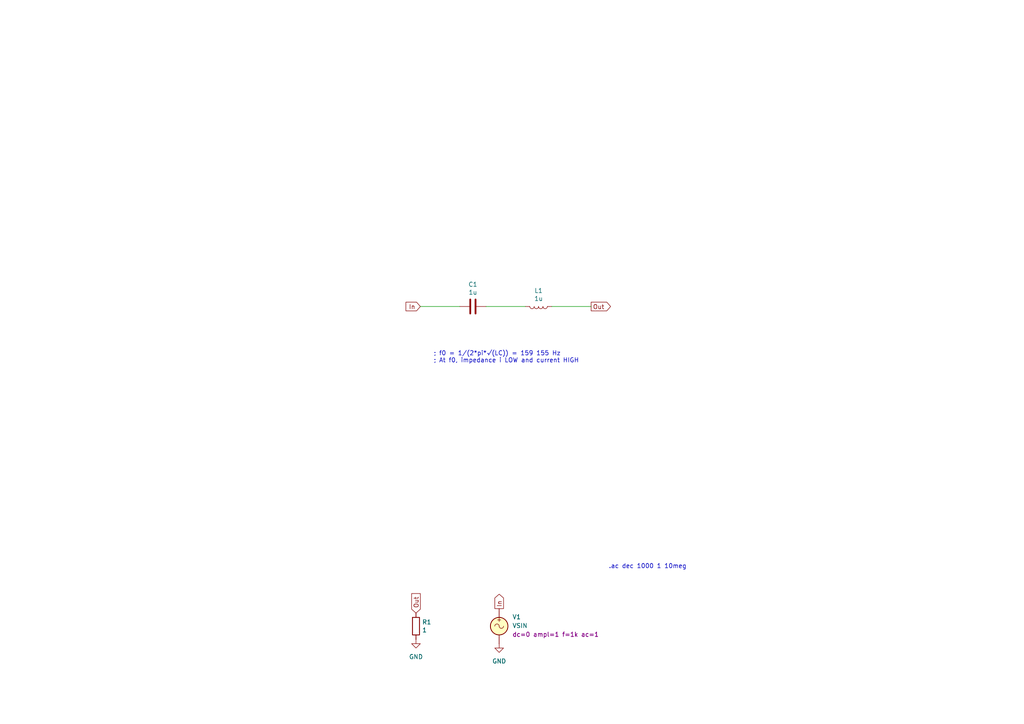
<source format=kicad_sch>
(kicad_sch (version 20231120) (generator "eeschema") (generator_version "8.0")
  (paper "A4")
  (title_block (title "LC Series resonance") (date "2024-05-27") (rev "2") (company "GitHub/OJStuff"))
  (lib_symbols
    (symbol "Device:C" (pin_numbers hide) (pin_names (offset 0.254))
      (property "Reference" "C" (at 0.635 2.54 0))
      (property "Value" "C" (at 0.635 -2.54 0))
      (symbol "C_0_1"
        (polyline (pts (xy -2.032 -0.762) (xy 2.032 -0.762)) (stroke (width 0.508)))
        (polyline (pts (xy -2.032 0.762) (xy 2.032 0.762)) (stroke (width 0.508)))
      )
      (symbol "C_1_1"
        (pin passive line (at 0 3.81 270) (length 2.794) (name "~") (number "1"))
        (pin passive line (at 0 -3.81 90) (length 2.794) (name "~") (number "2"))
      )
    )
    (symbol "Device:L" (pin_numbers hide) (pin_names (offset 1.016) hide)
      (property "Reference" "L" (at -1.27 0 90))
      (property "Value" "L" (at 1.905 0 90))
      (symbol "L_0_1"
        (arc (start 0 -2.54) (mid 0.6323 -1.905) (end 0 -1.27))
        (arc (start 0 -1.27) (mid 0.6323 -0.635) (end 0 0))
        (arc (start 0 0) (mid 0.6323 0.635) (end 0 1.27))
        (arc (start 0 1.27) (mid 0.6323 1.905) (end 0 2.54))
      )
      (symbol "L_1_1"
        (pin passive line (at 0 3.81 270) (length 1.27) (name "1") (number "1"))
        (pin passive line (at 0 -3.81 90) (length 1.27) (name "2") (number "2"))
      )
    )
    (symbol "Device:R" (pin_numbers hide) (pin_names (offset 0))
      (property "Reference" "R" (at 2.032 0 90))
      (property "Value" "R" (at 0 0 90))
      (symbol "R_0_1"
        (rectangle (start -1.016 -2.54) (end 1.016 2.54) (stroke (width 0.254)))
      )
      (symbol "R_1_1"
        (pin passive line (at 0 3.81 270) (length 1.27) (name "~") (number "1"))
        (pin passive line (at 0 -3.81 90) (length 1.27) (name "~") (number "2"))
      )
    )
    (symbol "Simulation_SPICE:VSIN" (pin_numbers hide) (pin_names (offset 0.0254))
      (property "Reference" "V" (at 2.54 2.54 0))
      (property "Value" "VSIN" (at 2.54 0 0))
      (property "Sim.Params" "dc=0 ampl=1 f=1k ac=1" (at 2.54 -2.54 0))
      (symbol "VSIN_0_0"
        (arc (start 0 0) (mid -0.635 0.6323) (end -1.27 0))
        (arc (start 0 0) (mid 0.635 -0.6323) (end 1.27 0))
        (text "+" (at 0 1.905 0) (effects (font (size 1.27 1.27))))
      )
      (symbol "VSIN_0_1"
        (circle (center 0 0) (radius 2.54) (stroke (width 0.254)) (fill (type background)))
      )
      (symbol "VSIN_1_1"
        (pin passive line (at 0 5.08 270) (length 2.54) (name "~") (number "1"))
        (pin passive line (at 0 -5.08 90) (length 2.54) (name "~") (number "2"))
      )
    )
    (symbol "power:GND" (power) (pin_numbers hide) (pin_names (offset 0) hide)
      (property "Value" "GND" (at 0 -3.81 0))
      (symbol "GND_0_1"
        (polyline (pts (xy 0 0) (xy 0 -1.27) (xy 1.27 -1.27) (xy 0 -2.54) (xy -1.27 -1.27) (xy 0 -1.27)))
      )
      (symbol "GND_1_1"
        (pin power_in line (at 0 0 270) (length 0) (name "~") (number "1"))
      )
    )
  )
  (wire (pts (xy 160.02 88.9) (xy 171.45 88.9)))
  (wire (pts (xy 121.92 88.9) (xy 133.35 88.9)))
  (wire (pts (xy 140.97 88.9) (xy 152.4 88.9)))
  (text ".ac dec 1000 1 10meg" (at 176.53 165.1 0) (effects (font (size 1.27 1.27)) (justify left bottom)))
  (text "; f0 = 1/(2*pi*√(LC)) = 159 155 Hz\n; At f0, impedance i LOW and current HIGH" (at 125.73 105.41 0) (effects (font (size 1.27 1.27)) (justify left bottom)))
  (global_label "In" (shape output) (at 144.78 176.53 90) (property "Intersheetrefs" "${INTERSHEET_REFS}" (effects (hide yes))))
  (global_label "In" (shape input) (at 121.92 88.9 180) (property "Intersheetrefs" "${INTERSHEET_REFS}" (effects (hide yes))))
  (global_label "Out" (shape input) (at 120.65 177.8 90) (property "Intersheetrefs" "${INTERSHEET_REFS}" (effects (hide yes))))
  (global_label "Out" (shape output) (at 171.45 88.9 0) (property "Intersheetrefs" "${INTERSHEET_REFS}" (effects (hide yes))))
  (symbol (lib_id "power:GND") (at 144.78 186.69 0) (unit 1)
    (property "Reference" "#PWR02" (effects (hide yes)))
    (property "Value" "GND" (at 144.78 191.77 0))
    (property "Description" "Power symbol creates a global label with name \"GND\" , ground" (effects (hide yes)))
  )
  (symbol (lib_id "power:GND") (at 120.65 185.42 0) (unit 1)
    (property "Reference" "#PWR01" (effects (hide yes)))
    (property "Value" "GND" (at 120.65 190.5 0))
    (property "Description" "Power symbol creates a global label with name \"GND\" , ground" (effects (hide yes)))
  )
  (symbol (lib_id "Device:R") (at 120.65 181.61 0) (unit 1)
    (property "Reference" "R1" (at 122.428 180.4416 0) (effects (justify left)))
    (property "Value" "1" (at 122.428 182.753 0) (effects (justify left)))
  )
  (symbol (lib_id "Simulation_SPICE:VSIN") (at 144.78 181.61 0) (unit 1)
    (property "Reference" "V1" (at 148.59 178.9401 0) (effects (justify left)))
    (property "Value" "VSIN" (at 148.59 181.4801 0) (effects (justify left)))
    (property "Datasheet" "https://ngspice.sourceforge.io/docs/ngspice-html-manual/manual.xhtml#sec_Independent_Sources_for" (effects (hide yes)))
    (property "Description" "Voltage source, sinusoidal" (effects (hide yes)))
    (property "Sim.Pins" "1=+ 2=-" (effects (hide yes)))
    (property "Sim.Params" "dc=0 ampl=1 f=1k ac=1" (at 148.59 184.0201 0) (effects (justify left)))
    (property "Sim.Type" "SIN" (effects (hide yes)))
    (property "Sim.Device" "V" (effects (hide yes)))
  )
  (symbol (lib_id "Device:L") (at 156.21 88.9 270) (unit 1)
    (property "Reference" "L1" (at 156.21 84.3026 90))
    (property "Value" "1u" (at 156.21 86.614 90))
  )
  (symbol (lib_id "Device:C") (at 137.16 88.9 270) (unit 1)
    (property "Reference" "C1" (at 137.16 82.4992 90))
    (property "Value" "1u" (at 137.16 84.8106 90))
  )
)
</source>
